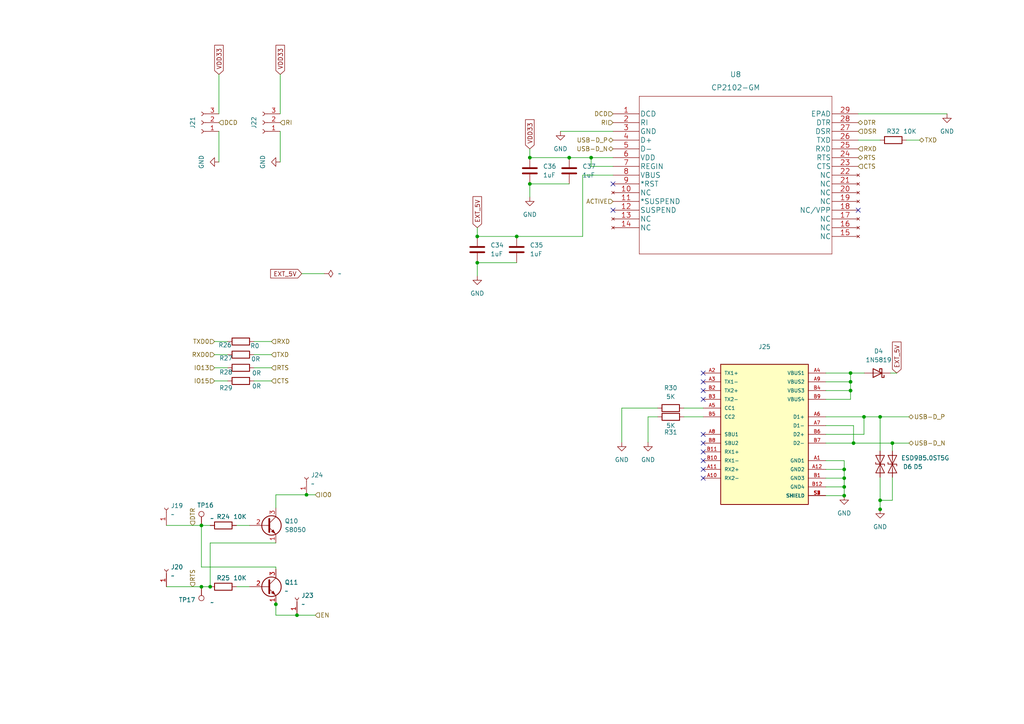
<source format=kicad_sch>
(kicad_sch (version 20211123) (generator eeschema)
  (paper "A4")
  (lib_symbols
    (symbol "105450-0101-USB-C-SNAPEDA:105450-0101" (pin_names (offset 1.016))
      (property "Reference" "J" (at -12.7254 20.8534 0))
      (property "Value" "105450-0101" (at -12.7254 -22.9108 0))
      (symbol "105450-0101_0_0"
        (rectangle (start -12.7 -20.32) (end 12.7 20.32) (stroke (width 0.254)) (fill (type background)))
        (pin passive line (at 17.78 -7.62 180) (length 5.08) (name "GND1") (number "A1"))
        (pin passive line (at -17.78 -12.7 0) (length 5.08) (name "RX2-") (number "A10"))
        (pin passive line (at -17.78 -10.16 0) (length 5.08) (name "RX2+") (number "A11"))
        (pin passive line (at 17.78 -10.16 180) (length 5.08) (name "GND2") (number "A12"))
        (pin passive line (at -17.78 17.78 0) (length 5.08) (name "TX1+") (number "A2"))
        (pin passive line (at -17.78 15.24 0) (length 5.08) (name "TX1-") (number "A3"))
        (pin passive line (at 17.78 17.78 180) (length 5.08) (name "VBUS1") (number "A4"))
        (pin passive line (at -17.78 7.62 0) (length 5.08) (name "CC1") (number "A5"))
        (pin passive line (at 17.78 5.08 180) (length 5.08) (name "D1+") (number "A6"))
        (pin passive line (at 17.78 2.54 180) (length 5.08) (name "D1-") (number "A7"))
        (pin passive line (at -17.78 0 0) (length 5.08) (name "SBU1") (number "A8"))
        (pin passive line (at 17.78 15.24 180) (length 5.08) (name "VBUS2") (number "A9"))
        (pin passive line (at 17.78 -12.7 180) (length 5.08) (name "GND3") (number "B1"))
        (pin passive line (at -17.78 -7.62 0) (length 5.08) (name "RX1-") (number "B10"))
        (pin passive line (at -17.78 -5.08 0) (length 5.08) (name "RX1+") (number "B11"))
        (pin passive line (at 17.78 -15.24 180) (length 5.08) (name "GND4") (number "B12"))
        (pin passive line (at -17.78 12.7 0) (length 5.08) (name "TX2+") (number "B2"))
        (pin passive line (at -17.78 10.16 0) (length 5.08) (name "TX2-") (number "B3"))
        (pin passive line (at 17.78 12.7 180) (length 5.08) (name "VBUS3") (number "B4"))
        (pin passive line (at -17.78 5.08 0) (length 5.08) (name "CC2") (number "B5"))
        (pin passive line (at 17.78 0 180) (length 5.08) (name "D2+") (number "B6"))
        (pin passive line (at 17.78 -2.54 180) (length 5.08) (name "D2-") (number "B7"))
        (pin passive line (at -17.78 -2.54 0) (length 5.08) (name "SBU2") (number "B8"))
        (pin passive line (at 17.78 10.16 180) (length 5.08) (name "VBUS4") (number "B9"))
        (pin passive line (at 17.78 -17.78 180) (length 5.08) (name "SHIELD") (number "S1"))
        (pin passive line (at 17.78 -17.78 180) (length 5.08) (name "SHIELD") (number "S2"))
        (pin passive line (at 17.78 -17.78 180) (length 5.08) (name "SHIELD") (number "S3"))
        (pin passive line (at 17.78 -17.78 180) (length 5.08) (name "SHIELD") (number "S4"))
      )
    )
    (symbol "CP2012-Ultralibrarian:CP2102-GM" (pin_names (offset 0.254))
      (property "Reference" "U" (at 35.56 10.16 0))
      (property "Value" "CP2102-GM" (at 35.56 7.62 0))
      (symbol "CP2102-GM_1_1"
        (polyline (pts (xy 7.62 -40.64) (xy 63.5 -40.64)) (stroke (width 0.127)))
        (polyline (pts (xy 7.62 5.08) (xy 7.62 -40.64)) (stroke (width 0.127)))
        (polyline (pts (xy 63.5 -40.64) (xy 63.5 5.08)) (stroke (width 0.127)))
        (polyline (pts (xy 63.5 5.08) (xy 7.62 5.08)) (stroke (width 0.127)))
        (pin input line (at 0 0 0) (length 7.62) (name "DCD") (number "1"))
        (pin no_connect line (at 0 -22.86 0) (length 7.62) (name "NC") (number "10"))
        (pin output line (at 0 -25.4 0) (length 7.62) (name "*SUSPEND") (number "11"))
        (pin output line (at 0 -27.94 0) (length 7.62) (name "SUSPEND") (number "12"))
        (pin no_connect line (at 0 -30.48 0) (length 7.62) (name "NC") (number "13"))
        (pin no_connect line (at 0 -33.02 0) (length 7.62) (name "NC") (number "14"))
        (pin no_connect line (at 71.12 -35.56 180) (length 7.62) (name "NC") (number "15"))
        (pin no_connect line (at 71.12 -33.02 180) (length 7.62) (name "NC") (number "16"))
        (pin no_connect line (at 71.12 -30.48 180) (length 7.62) (name "NC") (number "17"))
        (pin bidirectional line (at 71.12 -27.94 180) (length 7.62) (name "NC/VPP") (number "18"))
        (pin no_connect line (at 71.12 -25.4 180) (length 7.62) (name "NC") (number "19"))
        (pin input line (at 0 -2.54 0) (length 7.62) (name "RI") (number "2"))
        (pin no_connect line (at 71.12 -22.86 180) (length 7.62) (name "NC") (number "20"))
        (pin no_connect line (at 71.12 -20.32 180) (length 7.62) (name "NC") (number "21"))
        (pin no_connect line (at 71.12 -17.78 180) (length 7.62) (name "NC") (number "22"))
        (pin input line (at 71.12 -15.24 180) (length 7.62) (name "CTS") (number "23"))
        (pin output line (at 71.12 -12.7 180) (length 7.62) (name "RTS") (number "24"))
        (pin input line (at 71.12 -10.16 180) (length 7.62) (name "RXD") (number "25"))
        (pin output line (at 71.12 -7.62 180) (length 7.62) (name "TXD") (number "26"))
        (pin input line (at 71.12 -5.08 180) (length 7.62) (name "DSR") (number "27"))
        (pin output line (at 71.12 -2.54 180) (length 7.62) (name "DTR") (number "28"))
        (pin unspecified line (at 71.12 0 180) (length 7.62) (name "EPAD") (number "29"))
        (pin power_in line (at 0 -5.08 0) (length 7.62) (name "GND") (number "3"))
        (pin bidirectional line (at 0 -7.62 0) (length 7.62) (name "D+") (number "4"))
        (pin bidirectional line (at 0 -10.16 0) (length 7.62) (name "D-") (number "5"))
        (pin power_in line (at 0 -12.7 0) (length 7.62) (name "VDD") (number "6"))
        (pin input line (at 0 -15.24 0) (length 7.62) (name "REGIN") (number "7"))
        (pin input line (at 0 -17.78 0) (length 7.62) (name "VBUS") (number "8"))
        (pin bidirectional line (at 0 -20.32 0) (length 7.62) (name "*RST") (number "9"))
      )
    )
    (symbol "Connector:Conn_01x01_Female" (pin_names (offset 1.016) hide)
      (property "Reference" "J" (at 0 2.54 0))
      (property "Value" "Conn_01x01_Female" (at 0 -2.54 0))
      (symbol "Conn_01x01_Female_1_1"
        (polyline (pts (xy -1.27 0) (xy -0.508 0)) (stroke (width 0.1524)))
        (arc (start 0 0.508) (mid -0.508 0) (end 0 -0.508) (stroke (width 0.1524)))
        (pin passive line (at -5.08 0 0) (length 3.81) (name "Pin_1") (number "1"))
      )
    )
    (symbol "Connector:Conn_01x03_Female" (pin_names (offset 1.016) hide)
      (property "Reference" "J" (at 0 5.08 0))
      (property "Value" "Conn_01x03_Female" (at 0 -5.08 0))
      (symbol "Conn_01x03_Female_1_1"
        (arc (start 0 -2.032) (mid -0.508 -2.54) (end 0 -3.048) (stroke (width 0.1524)))
        (polyline (pts (xy -1.27 -2.54) (xy -0.508 -2.54)) (stroke (width 0.1524)))
        (polyline (pts (xy -1.27 0) (xy -0.508 0)) (stroke (width 0.1524)))
        (polyline (pts (xy -1.27 2.54) (xy -0.508 2.54)) (stroke (width 0.1524)))
        (arc (start 0 0.508) (mid -0.508 0) (end 0 -0.508) (stroke (width 0.1524)))
        (arc (start 0 3.048) (mid -0.508 2.54) (end 0 2.032) (stroke (width 0.1524)))
        (pin passive line (at -5.08 2.54 0) (length 3.81) (name "Pin_1") (number "1"))
        (pin passive line (at -5.08 0 0) (length 3.81) (name "Pin_2") (number "2"))
        (pin passive line (at -5.08 -2.54 0) (length 3.81) (name "Pin_3") (number "3"))
      )
    )
    (symbol "Connector:TestPoint" (pin_numbers hide) (pin_names (offset 0.762) hide)
      (property "Reference" "TP" (at 0 6.858 0))
      (property "Value" "TestPoint" (at 0 5.08 0))
      (symbol "TestPoint_0_1"
        (circle (center 0 3.302) (radius 0.762))
      )
      (symbol "TestPoint_1_1"
        (pin passive line (at 0 0 90) (length 2.54) (name "1") (number "1"))
      )
    )
    (symbol "Device:C" (pin_numbers hide) (pin_names (offset 0.254))
      (property "Reference" "C" (at 0.635 2.54 0))
      (property "Value" "C" (at 0.635 -2.54 0))
      (symbol "C_0_1"
        (polyline (pts (xy -2.032 -0.762) (xy 2.032 -0.762)) (stroke (width 0.508)))
        (polyline (pts (xy -2.032 0.762) (xy 2.032 0.762)) (stroke (width 0.508)))
      )
      (symbol "C_1_1"
        (pin passive line (at 0 3.81 270) (length 2.794) (name "~") (number "1"))
        (pin passive line (at 0 -3.81 90) (length 2.794) (name "~") (number "2"))
      )
    )
    (symbol "Device:R" (pin_numbers hide) (pin_names (offset 0))
      (property "Reference" "R" (at 2.032 0 90))
      (property "Value" "R" (at 0 0 90))
      (symbol "R_0_1"
        (rectangle (start -1.016 -2.54) (end 1.016 2.54) (stroke (width 0.254)))
      )
      (symbol "R_1_1"
        (pin passive line (at 0 3.81 270) (length 1.27) (name "~") (number "1"))
        (pin passive line (at 0 -3.81 90) (length 1.27) (name "~") (number "2"))
      )
    )
    (symbol "Diode:1N5819" (pin_numbers hide) (pin_names (offset 1.016) hide)
      (property "Reference" "D" (at 0 2.54 0))
      (property "Value" "1N5819" (at 0 -2.54 0))
      (symbol "1N5819_0_1"
        (polyline (pts (xy 1.27 0) (xy -1.27 0)))
        (polyline (pts (xy 1.27 1.27) (xy 1.27 -1.27) (xy -1.27 0) (xy 1.27 1.27)) (stroke (width 0.254)))
        (polyline (pts (xy -1.905 0.635) (xy -1.905 1.27) (xy -1.27 1.27) (xy -1.27 -1.27) (xy -0.635 -1.27) (xy -0.635 -0.635)) (stroke (width 0.254)))
      )
      (symbol "1N5819_1_1"
        (pin passive line (at -3.81 0 0) (length 2.54) (name "K") (number "1"))
        (pin passive line (at 3.81 0 180) (length 2.54) (name "A") (number "2"))
      )
    )
    (symbol "Diode:ESD9B5.0ST5G" (pin_numbers hide) (pin_names (offset 1.016) hide)
      (property "Reference" "D" (at 0 2.54 0))
      (property "Value" "ESD9B5.0ST5G" (at 0 -2.54 0))
      (symbol "ESD9B5.0ST5G_0_1"
        (polyline (pts (xy 1.27 0) (xy -1.27 0)))
        (polyline (pts (xy -2.54 -1.27) (xy 0 0) (xy -2.54 1.27) (xy -2.54 -1.27)) (stroke (width 0.2032)))
        (polyline (pts (xy 0.508 1.27) (xy 0 1.27) (xy 0 -1.27) (xy -0.508 -1.27)) (stroke (width 0.2032)))
        (polyline (pts (xy 2.54 1.27) (xy 2.54 -1.27) (xy 0 0) (xy 2.54 1.27)) (stroke (width 0.2032)))
      )
      (symbol "ESD9B5.0ST5G_1_1"
        (pin passive line (at -3.81 0 0) (length 2.54) (name "A1") (number "1"))
        (pin passive line (at 3.81 0 180) (length 2.54) (name "A2") (number "2"))
      )
    )
    (symbol "Transistor_BJT:S8050" (pin_names (offset 0) hide)
      (property "Reference" "Q" (at 5.08 1.905 0))
      (property "Value" "S8050" (at 5.08 0 0))
      (symbol "S8050_0_1"
        (polyline (pts (xy 0 0) (xy 0.635 0)))
        (polyline (pts (xy 0.635 0.635) (xy 2.54 2.54)))
        (polyline (pts (xy 0.635 -0.635) (xy 2.54 -2.54) (xy 2.54 -2.54)))
        (polyline (pts (xy 0.635 1.905) (xy 0.635 -1.905) (xy 0.635 -1.905)) (stroke (width 0.508)))
        (polyline (pts (xy 1.27 -1.778) (xy 1.778 -1.27) (xy 2.286 -2.286) (xy 1.27 -1.778) (xy 1.27 -1.778)) (fill (type outline)))
        (circle (center 1.27 0) (radius 2.8194) (stroke (width 0.254)))
      )
      (symbol "S8050_1_1"
        (pin passive line (at 2.54 -5.08 90) (length 2.54) (name "E") (number "1"))
        (pin input line (at -5.08 0 0) (length 5.08) (name "B") (number "2"))
        (pin passive line (at 2.54 5.08 270) (length 2.54) (name "C") (number "3"))
      )
    )
    (symbol "power:GND" (power) (pin_names (offset 0))
      (property "Value" "GND" (at 0 -3.81 0))
      (symbol "GND_0_1"
        (polyline (pts (xy 0 0) (xy 0 -1.27) (xy 1.27 -1.27) (xy 0 -2.54) (xy -1.27 -1.27) (xy 0 -1.27)))
      )
      (symbol "GND_1_1"
        (pin power_in line (at 0 0 270) (length 0) hide (name "GND") (number "1"))
      )
    )
    (symbol "power:PWR_FLAG" (power) (pin_numbers hide) (pin_names (offset 0) hide)
      (property "Value" "PWR_FLAG" (at 0 3.81 0))
      (symbol "PWR_FLAG_0_0"
        (pin power_out line (at 0 0 90) (length 0) (name "pwr") (number "1"))
      )
      (symbol "PWR_FLAG_0_1"
        (polyline (pts (xy 0 0) (xy 0 1.27) (xy -1.016 1.905) (xy 0 2.54) (xy 1.016 1.905) (xy 0 1.27)))
      )
    )
  )
  (junction (at 250.5905 120.904))
  (junction (at 153.67 45.72))
  (junction (at 247.5633 128.524))
  (junction (at 171.45 45.72))
  (junction (at 165.1 45.72))
  (junction (at 246.6906 113.284))
  (junction (at 244.856 138.684))
  (junction (at 58.42 152.4))
  (junction (at 138.43 76.2))
  (junction (at 153.67 53.34))
  (junction (at 80.01 175.26))
  (junction (at 244.856 143.764))
  (junction (at 258.826 128.524))
  (junction (at 246.6906 108.204))
  (junction (at 255.27 120.904))
  (junction (at 60.96 170.18))
  (junction (at 255.27 145.1106))
  (junction (at 246.6906 110.744))
  (junction (at 88.9 143.51))
  (junction (at 86.1347 178.435))
  (junction (at 244.856 136.144))
  (junction (at 255.27 147.7281))
  (junction (at 58.42 170.18))
  (junction (at 138.43 68.58))
  (junction (at 149.86 68.58))
  (junction (at 244.856 141.224))
  (no_connect (at 203.962 108.204))
  (no_connect (at 203.962 110.744))
  (no_connect (at 203.962 113.284))
  (no_connect (at 203.962 115.824))
  (no_connect (at 203.962 125.984))
  (no_connect (at 203.962 128.524))
  (no_connect (at 203.962 131.064))
  (no_connect (at 203.962 133.604))
  (no_connect (at 203.962 136.144))
  (no_connect (at 203.962 138.684))
  (no_connect (at 177.8 60.96))
  (no_connect (at 248.92 60.96))
  (no_connect (at 177.8 53.34))
  (wire (pts (xy 250.5905 125.984) (xy 250.5905 120.904)))
  (wire (pts (xy 258.826 138.43) (xy 258.826 145.1106)))
  (wire (pts (xy 244.856 133.604) (xy 239.522 133.604)))
  (wire (pts (xy 153.67 53.34) (xy 153.67 57.15)))
  (wire (pts (xy 162.56 38.1) (xy 177.8 38.1)))
  (wire (pts (xy 187.96 120.904) (xy 190.754 120.904)))
  (wire (pts (xy 239.522 143.764) (xy 244.856 143.764)))
  (wire (pts (xy 198.374 120.904) (xy 203.962 120.904)))
  (wire (pts (xy 244.856 133.604) (xy 244.856 136.144)))
  (wire (pts (xy 247.5633 123.444) (xy 247.5633 128.524)))
  (wire (pts (xy 88.9 143.51) (xy 91.44 143.51)))
  (wire (pts (xy 81.28 38.1) (xy 81.28 46.99)))
  (wire (pts (xy 244.856 138.684) (xy 244.856 141.224)))
  (wire (pts (xy 80.01 178.435) (xy 86.1347 178.435)))
  (wire (pts (xy 62.23 110.49) (xy 66.04 110.49)))
  (wire (pts (xy 177.8 50.8) (xy 169.0038 50.8)))
  (wire (pts (xy 68.58 152.4) (xy 72.39 152.4)))
  (wire (pts (xy 169.0038 50.8) (xy 169.0038 68.58)))
  (wire (pts (xy 138.43 68.58) (xy 149.86 68.58)))
  (wire (pts (xy 255.27 138.43) (xy 255.27 145.1106)))
  (wire (pts (xy 180.34 118.364) (xy 180.34 128.27)))
  (wire (pts (xy 247.5633 128.524) (xy 258.826 128.524)))
  (wire (pts (xy 239.522 125.984) (xy 250.5905 125.984)))
  (wire (pts (xy 68.58 170.18) (xy 72.39 170.18)))
  (wire (pts (xy 138.43 76.2) (xy 138.43 80.01)))
  (wire (pts (xy 239.522 123.444) (xy 247.5633 123.444)))
  (wire (pts (xy 80.01 174.625) (xy 80.01 175.26)))
  (wire (pts (xy 250.5905 120.904) (xy 255.27 120.904)))
  (wire (pts (xy 262.89 40.64) (xy 266.7 40.64)))
  (wire (pts (xy 149.86 76.2) (xy 138.43 76.2)))
  (wire (pts (xy 239.522 141.224) (xy 244.856 141.224)))
  (wire (pts (xy 60.96 157.48) (xy 60.96 170.18)))
  (wire (pts (xy 180.34 118.364) (xy 190.7241 118.364)))
  (wire (pts (xy 81.28 21.59) (xy 81.28 33.02)))
  (wire (pts (xy 165.1 45.72) (xy 171.45 45.72)))
  (wire (pts (xy 239.522 110.744) (xy 246.6906 110.744)))
  (wire (pts (xy 255.27 147.7281) (xy 255.27 147.828)))
  (wire (pts (xy 80.01 175.26) (xy 80.01 178.435)))
  (wire (pts (xy 73.66 106.68) (xy 78.74 106.68)))
  (wire (pts (xy 239.522 128.524) (xy 247.5633 128.524)))
  (wire (pts (xy 171.45 45.72) (xy 171.45 48.26)))
  (wire (pts (xy 153.67 43.18) (xy 153.67 45.72)))
  (wire (pts (xy 138.43 66.04) (xy 138.43 68.58)))
  (wire (pts (xy 258.826 128.524) (xy 263.652 128.524)))
  (wire (pts (xy 239.522 138.684) (xy 244.856 138.684)))
  (wire (pts (xy 48.26 170.18) (xy 58.42 170.18)))
  (wire (pts (xy 244.856 136.144) (xy 244.856 138.684)))
  (wire (pts (xy 58.42 152.4) (xy 58.42 164.465)))
  (wire (pts (xy 171.45 48.26) (xy 177.8 48.26)))
  (wire (pts (xy 62.23 99.06) (xy 66.04 99.06)))
  (wire (pts (xy 239.522 108.204) (xy 246.6906 108.204)))
  (wire (pts (xy 258.318 108.204) (xy 260.096 108.204)))
  (wire (pts (xy 239.522 120.904) (xy 250.5905 120.904)))
  (wire (pts (xy 244.856 141.224) (xy 244.856 143.764)))
  (wire (pts (xy 63.5 38.1) (xy 63.5 46.99)))
  (wire (pts (xy 58.42 170.18) (xy 60.96 170.18)))
  (wire (pts (xy 246.6906 108.204) (xy 250.698 108.204)))
  (wire (pts (xy 153.67 45.72) (xy 165.1 45.72)))
  (wire (pts (xy 58.42 152.4) (xy 60.96 152.4)))
  (wire (pts (xy 187.96 128.27) (xy 187.96 120.904)))
  (wire (pts (xy 80.01 143.51) (xy 88.9 143.51)))
  (wire (pts (xy 62.23 106.68) (xy 66.04 106.68)))
  (wire (pts (xy 246.6906 113.284) (xy 246.6906 115.824)))
  (wire (pts (xy 87.503 79.375) (xy 94.0351 79.375)))
  (wire (pts (xy 63.5 21.59) (xy 63.5 33.02)))
  (wire (pts (xy 255.27 145.1106) (xy 255.27 147.7281)))
  (wire (pts (xy 62.23 102.87) (xy 66.04 102.87)))
  (wire (pts (xy 80.01 164.465) (xy 80.01 165.1)))
  (wire (pts (xy 60.96 157.48) (xy 80.01 157.48)))
  (wire (pts (xy 171.45 45.72) (xy 177.8 45.72)))
  (wire (pts (xy 248.92 40.64) (xy 255.27 40.64)))
  (wire (pts (xy 239.522 115.824) (xy 246.6906 115.824)))
  (wire (pts (xy 248.92 33.02) (xy 274.6758 33.02)))
  (wire (pts (xy 165.1 53.34) (xy 153.67 53.34)))
  (wire (pts (xy 80.01 164.465) (xy 58.42 164.465)))
  (wire (pts (xy 198.3441 118.364) (xy 203.962 118.364)))
  (wire (pts (xy 246.6906 110.744) (xy 246.6906 113.284)))
  (wire (pts (xy 80.01 147.32) (xy 80.01 143.51)))
  (wire (pts (xy 255.27 120.904) (xy 255.27 130.81)))
  (wire (pts (xy 73.66 102.87) (xy 78.74 102.87)))
  (wire (pts (xy 73.66 110.49) (xy 78.74 110.49)))
  (wire (pts (xy 239.522 113.284) (xy 246.6906 113.284)))
  (wire (pts (xy 73.66 99.06) (xy 78.74 99.06)))
  (wire (pts (xy 258.826 128.524) (xy 258.826 130.81)))
  (wire (pts (xy 149.86 68.58) (xy 169.0038 68.58)))
  (wire (pts (xy 48.26 152.4) (xy 58.42 152.4)))
  (wire (pts (xy 258.826 145.1106) (xy 255.27 145.1106)))
  (wire (pts (xy 255.27 120.904) (xy 263.6197 120.904)))
  (wire (pts (xy 239.522 136.144) (xy 244.856 136.144)))
  (wire (pts (xy 246.6906 108.204) (xy 246.6906 110.744)))
  (wire (pts (xy 86.1347 178.435) (xy 91.44 178.435)))
  (global_label "EXT_5V" (shape input) (at 138.43 66.04 90) (property "Intersheet References" "${INTERSHEET_REFS}" (effects hide)))
  (global_label "VDD33" (shape input) (at 81.28 21.59 90) (property "Intersheet References" "${INTERSHEET_REFS}" (effects hide)))
  (global_label "EXT_5V" (shape input) (at 260.096 108.204 90) (property "Intersheet References" "${INTERSHEET_REFS}" (effects hide)))
  (global_label "EXT_5V" (shape input) (at 87.503 79.375 180) (property "Intersheet References" "${INTERSHEET_REFS}" (effects hide)))
  (global_label "VDD33" (shape input) (at 63.5 21.59 90) (property "Intersheet References" "${INTERSHEET_REFS}" (effects hide)))
  (global_label "VDD33" (shape input) (at 153.67 43.18 90) (property "Intersheet References" "${INTERSHEET_REFS}" (effects hide)))
  (hierarchical_label "CTS" (shape input) (at 248.92 48.26 0))
  (hierarchical_label "TXD0" (shape input) (at 62.23 99.06 180))
  (hierarchical_label "IO15" (shape input) (at 62.23 110.49 180))
  (hierarchical_label "DCD" (shape input) (at 177.8 33.02 180))
  (hierarchical_label "RTS" (shape bidirectional) (at 248.92 45.72 0))
  (hierarchical_label "DTR" (shape bidirectional) (at 248.92 35.56 0))
  (hierarchical_label "IO0" (shape input) (at 91.44 143.51 0))
  (hierarchical_label "DCD" (shape input) (at 63.5 35.56 0))
  (hierarchical_label "USB-D_P" (shape bidirectional) (at 177.8 40.64 180))
  (hierarchical_label "RI" (shape input) (at 177.8 35.56 180))
  (hierarchical_label "RXD" (shape input) (at 78.74 99.06 0))
  (hierarchical_label "USB-D_N" (shape bidirectional) (at 263.652 128.524 0))
  (hierarchical_label "RXD0" (shape input) (at 62.23 102.87 180))
  (hierarchical_label "DSR" (shape input) (at 248.92 38.1 0))
  (hierarchical_label "CTS" (shape input) (at 78.74 110.49 0))
  (hierarchical_label "TXD" (shape input) (at 78.74 102.87 0))
  (hierarchical_label "EN" (shape input) (at 91.44 178.435 0))
  (hierarchical_label "RTS" (shape input) (at 55.88 170.18 90))
  (hierarchical_label "DTR" (shape input) (at 55.88 152.4 90))
  (hierarchical_label "RTS" (shape input) (at 78.74 106.68 0))
  (hierarchical_label "USB-D_P" (shape bidirectional) (at 263.6197 120.904 0))
  (hierarchical_label "ACTIVE" (shape input) (at 177.8 58.42 180))
  (hierarchical_label "RXD" (shape input) (at 248.92 43.18 0))
  (hierarchical_label "TXD" (shape bidirectional) (at 266.7 40.64 0))
  (hierarchical_label "RI" (shape input) (at 81.28 35.56 0))
  (hierarchical_label "USB-D_N" (shape bidirectional) (at 177.8 43.18 180))
  (hierarchical_label "IO13" (shape input) (at 62.23 106.68 180))
  (symbol (lib_id "Transistor_BJT:S8050") (at 77.47 170.18 0) (unit 1)
    (property "Reference" "Q11" (at 82.55 168.9099 0) (effects (justify left)))
    (property "Value" "~" (at 82.55 171.4499 0) (effects (justify left)))
    (property "Footprint" "Package_TO_SOT_SMD:SOT-23" (effects hide))
    (property "Datasheet" "https://www.mccsemi.com/pdf/Products/MMSS8050(SOT-23).pdf" (effects hide))
    (property "Digi-Key_partNumber" "MMSS8050-H-TPMSCT-ND" (effects hide))
    (property "Manufacturer" "Micro Commercial Co" (effects hide))
    (property "MP" "MMSS8050-H-TP" (effects hide))
  )
  (symbol (lib_id "105450-0101-USB-C-SNAPEDA:105450-0101") (at 221.742 125.984 0) (unit 1)
    (property "Reference" "J25" (at 221.742 100.584 0))
    (property "PACKAGE" "None" (effects hide))
    (property "MF" "Molex" (effects hide))
    (property "AVAILABILITY" "Good" (effects hide))
    (property "PRICE" "1.71 USD" (effects hide))
    (property "MP" "105450-0101" (effects hide))
    (property "DESCRIPTION" "USB Shielded I/O Receptacle; Type C; Right Angle; Surface Mount; Gold over Nickel" (effects hide))
    (property "Digi-Key_Part_Number" "WM12856CT-ND" (effects hide))
  )
  (symbol (lib_id "Device:C") (at 149.86 72.39 180) (unit 1)
    (property "Reference" "C35" (at 153.67 71.1199 0) (effects (justify right)))
    (property "Value" "1uF" (at 153.67 73.6599 0) (effects (justify right)))
    (property "Footprint" "Capacitor_SMD:C_0805_2012Metric_Pad1.18x1.45mm_HandSolder" (effects hide))
    (property "Digi-Key_Part_Number" "732-12215-1-ND" (effects hide))
    (property "MP" "885012007094" (effects hide))
    (property "Manufacturer" "Würth Elektronik" (effects hide))
  )
  (symbol (lib_id "power:GND") (at 162.56 38.1 0) (unit 1)
    (property "Reference" "#PWR069" (effects hide))
    (property "Value" "GND" (at 162.56 43.18 0))
  )
  (symbol (lib_id "power:GND") (at 180.34 128.27 0) (unit 1)
    (property "Reference" "#PWR070" (effects hide))
    (property "Value" "GND" (at 180.34 133.35 0))
  )
  (symbol (lib_id "Diode:ESD9B5.0ST5G") (at 255.27 134.62 90) (unit 1)
    (property "Reference" "D5" (at 264.922 135.382 90) (effects (justify right)))
    (property "Value" "ESD9B5.0ST5G" (effects hide))
    (property "Footprint" "Diode_SMD:D_SOD-923" (effects hide))
    (property "Datasheet" "https://www.onsemi.com/pub/Collateral/ESD9B-D.PDF" (effects hide))
    (property "Digi-Key_Part-Number" "ESD9B5.0ST5GOSCT-ND" (effects hide))
    (property "MP" "ESD9B5.0ST5GOSCT-ND" (effects hide))
    (property "Manufacturer" "onsemi" (effects hide))
  )
  (symbol (lib_id "power:GND") (at 274.6758 33.02 0) (unit 1)
    (property "Reference" "#PWR074" (effects hide))
    (property "Value" "GND" (at 274.6758 38.1 0))
  )
  (symbol (lib_id "Transistor_BJT:S8050") (at 77.47 152.4 0) (unit 1)
    (property "Reference" "Q10" (at 82.55 151.1299 0) (effects (justify left)))
    (property "Value" "S8050" (at 82.55 153.6699 0) (effects (justify left)))
    (property "Footprint" "Package_TO_SOT_SMD:SOT-23" (effects hide))
    (property "Datasheet" "https://www.mccsemi.com/pdf/Products/MMSS8050(SOT-23).pdf" (effects hide))
    (property "Digi-Key_partNumber" "MMSS8050-H-TPMSCT-ND" (effects hide))
    (property "Manufacturer" "Micro Commercial Co" (effects hide))
    (property "MP" "MMSS8050-H-TP" (effects hide))
  )
  (symbol (lib_id "Device:R") (at 69.85 99.06 90) (unit 1)
    (property "Reference" "R26" (at 65.278 100.076 90))
    (property "Value" "R0" (at 73.914 100.33 90))
    (property "Footprint" "Resistor_SMD:R_1206_3216Metric_Pad1.30x1.75mm_HandSolder" (effects hide))
    (property "Digi-Key_Part_Number" "RMCF1206ZT0R00CT-ND" (effects hide))
    (property "MP" "RMCF1206ZT0R00" (effects hide))
    (property "Manufacturer" "Stackpole Electronics Inc" (effects hide))
  )
  (symbol (lib_id "Connector:Conn_01x01_Female") (at 88.9 138.43 90) (unit 1)
    (property "Reference" "J24" (at 90.17 137.7949 90) (effects (justify right)))
    (property "Value" "~" (at 90.17 140.3349 90) (effects (justify right)))
    (property "Footprint" "Connector_PinHeader_2.54mm:PinHeader_1x01_P2.54mm_Vertical" (effects hide))
  )
  (symbol (lib_id "power:GND") (at 255.27 147.7281 0) (unit 1)
    (property "Reference" "#PWR073" (effects hide))
    (property "Value" "GND" (at 255.27 152.8081 0))
  )
  (symbol (lib_id "Device:R") (at 64.77 170.18 90) (unit 1)
    (property "Reference" "R25" (at 64.77 167.64 90))
    (property "Value" "10K" (at 69.596 167.64 90))
    (property "Footprint" "Resistor_SMD:R_1206_3216Metric_Pad1.30x1.75mm_HandSolder" (effects hide))
    (property "Digi-Key_Part_number" "RNCP1206FTD10K0CT-ND" (effects hide))
    (property "MP" "RNCP1206FTD10K0" (effects hide))
    (property "Manufacturer" "Stackpole Electronics Inc" (effects hide))
  )
  (symbol (lib_id "Connector:Conn_01x03_Female") (at 58.42 35.56 180) (unit 1)
    (property "Reference" "J21" (at 55.88 35.56 90))
    (property "Value" "Conn_01x03_Female" (effects hide))
    (property "Footprint" "Connector_PinHeader_2.54mm:PinHeader_1x03_P2.54mm_Vertical" (effects hide))
  )
  (symbol (lib_id "Connector:TestPoint") (at 58.42 170.18 180) (unit 1)
    (property "Reference" "TP17" (at 51.816 173.99 0) (effects (justify right)))
    (property "Value" "~" (at 60.96 174.7519 0) (effects (justify right)))
    (property "Footprint" "TestPoint:TestPoint_THTPad_D2.5mm_Drill1.2mm" (effects hide))
  )
  (symbol (lib_id "power:GND") (at 187.96 128.27 0) (unit 1)
    (property "Reference" "#PWR071" (effects hide))
    (property "Value" "GND" (at 187.96 133.35 0))
  )
  (symbol (lib_id "Connector:Conn_01x03_Female") (at 76.2 35.56 180) (unit 1)
    (property "Reference" "J22" (at 73.66 35.56 90))
    (property "Value" "Conn_01x03_Female" (effects hide))
    (property "Footprint" "Connector_PinHeader_2.54mm:PinHeader_1x03_P2.54mm_Vertical" (effects hide))
  )
  (symbol (lib_id "Device:R") (at 259.08 40.64 90) (unit 1)
    (property "Reference" "R32" (at 259.08 38.1 90))
    (property "Value" "10K" (at 263.906 38.1 90))
    (property "Footprint" "Resistor_SMD:R_1206_3216Metric_Pad1.30x1.75mm_HandSolder" (effects hide))
    (property "Digi-Key_Part_number" "RNCP1206FTD10K0CT-ND" (effects hide))
    (property "MP" "RNCP1206FTD10K0" (effects hide))
    (property "Manufacturer" "Stackpole Electronics Inc" (effects hide))
  )
  (symbol (lib_id "Device:R") (at 69.85 110.49 90) (unit 1)
    (property "Reference" "R29" (at 65.532 112.522 90))
    (property "Value" "0R" (at 74.422 112.014 90))
    (property "Footprint" "Resistor_SMD:R_1206_3216Metric_Pad1.30x1.75mm_HandSolder" (effects hide))
    (property "Digi-Key_Part_Number" "RMCF1206ZT0R00CT-ND" (effects hide))
    (property "MP" "RMCF1206ZT0R00" (effects hide))
    (property "Manufacturer" "Stackpole Electronics Inc" (effects hide))
  )
  (symbol (lib_id "power:GND") (at 138.43 80.01 0) (unit 1)
    (property "Reference" "#PWR067" (effects hide))
    (property "Value" "GND" (at 138.43 85.09 0))
  )
  (symbol (lib_id "Connector:Conn_01x01_Female") (at 48.26 147.32 90) (unit 1)
    (property "Reference" "J19" (at 49.53 146.6849 90) (effects (justify right)))
    (property "Value" "~" (at 49.53 149.2249 90) (effects (justify right)))
    (property "Footprint" "Connector_PinHeader_2.54mm:PinHeader_1x01_P2.54mm_Vertical" (effects hide))
  )
  (symbol (lib_id "Device:R") (at 64.77 152.4 90) (unit 1)
    (property "Reference" "R24" (at 64.77 149.86 90))
    (property "Value" "10K" (at 69.596 149.86 90))
    (property "Footprint" "Resistor_SMD:R_1206_3216Metric_Pad1.30x1.75mm_HandSolder" (effects hide))
    (property "Digi-Key_Part_number" "RNCP1206FTD10K0CT-ND" (effects hide))
    (property "MP" "RNCP1206FTD10K0" (effects hide))
    (property "Manufacturer" "Stackpole Electronics Inc" (effects hide))
  )
  (symbol (lib_id "Diode:1N5819") (at 254.508 108.204 180) (unit 1)
    (property "Reference" "D4" (at 254.8255 101.854 0))
    (property "Value" "1N5819" (at 254.8255 104.394 0))
    (property "Footprint" "Diode_SMD:D_SOD-123F" (effects hide))
    (property "Datasheet" "http://www.vishay.com/docs/88525/1n5817.pdf" (effects hide))
    (property "Digi-Key_Part_Number" "1655-1N5819WTRCT-ND" (effects hide))
    (property "MP" "1N5819WTR" (effects hide))
    (property "Manufacturer" "SMC Diode Solutions" (effects hide))
  )
  (symbol (lib_id "power:PWR_FLAG") (at 94.0351 79.375 270) (unit 1)
    (property "Reference" "#FLG07" (effects hide))
    (property "Value" "~" (at 97.9603 79.3749 90) (effects (justify left)))
  )
  (symbol (lib_id "power:GND") (at 244.856 143.764 0) (unit 1)
    (property "Reference" "#PWR072" (effects hide))
    (property "Value" "GND" (at 244.856 148.844 0))
  )
  (symbol (lib_id "Device:R") (at 194.5341 118.364 270) (unit 1)
    (property "Reference" "R30" (at 194.5341 112.522 90))
    (property "Value" "5K" (at 194.5341 115.062 90))
    (property "Footprint" "Resistor_SMD:R_0805_2012Metric_Pad1.20x1.40mm_HandSolder" (effects hide))
    (property "Digi-Key_Part_Number" "RG20P4.99KBCT-ND" (effects hide))
    (property "MP" "RG2012P-4991-B-T5" (effects hide))
    (property "Manufacturer" "Susumu" (effects hide))
  )
  (symbol (lib_id "Connector:Conn_01x01_Female") (at 86.1347 173.355 90) (unit 1)
    (property "Reference" "J23" (at 87.4047 172.7199 90) (effects (justify right)))
    (property "Value" "~" (at 87.4047 175.2599 90) (effects (justify right)))
    (property "Footprint" "Connector_PinHeader_2.54mm:PinHeader_1x01_P2.54mm_Vertical" (effects hide))
  )
  (symbol (lib_id "Device:R") (at 69.85 102.87 90) (unit 1)
    (property "Reference" "R27" (at 65.532 103.886 90))
    (property "Value" "0R" (at 74.168 104.14 90))
    (property "Footprint" "Resistor_SMD:R_1206_3216Metric_Pad1.30x1.75mm_HandSolder" (effects hide))
    (property "Digi-Key_Part_Number" "RMCF1206ZT0R00CT-ND" (effects hide))
    (property "MP" "RMCF1206ZT0R00" (effects hide))
    (property "Manufacturer" "Stackpole Electronics Inc" (effects hide))
  )
  (symbol (lib_id "Device:C") (at 165.1 49.53 0) (unit 1)
    (property "Reference" "C37" (at 168.91 48.2599 0) (effects (justify left)))
    (property "Value" "1uF" (at 168.91 50.7999 0) (effects (justify left)))
    (property "Footprint" "Capacitor_SMD:C_0805_2012Metric_Pad1.18x1.45mm_HandSolder" (effects hide))
    (property "Digi-Key_Part_Number" "732-12215-1-ND" (effects hide))
    (property "MP" "885012007094" (effects hide))
    (property "Manufacturer" "Würth Elektronik" (effects hide))
  )
  (symbol (lib_id "Device:C") (at 153.67 49.53 0) (unit 1)
    (property "Reference" "C36" (at 157.48 48.2599 0) (effects (justify left)))
    (property "Value" "1uF" (at 157.48 50.7999 0) (effects (justify left)))
    (property "Footprint" "Capacitor_SMD:C_0805_2012Metric_Pad1.18x1.45mm_HandSolder" (effects hide))
    (property "Digi-Key_Part_Number" "732-12215-1-ND" (effects hide))
    (property "MP" "885012007094" (effects hide))
    (property "Manufacturer" "Würth Elektronik" (effects hide))
  )
  (symbol (lib_id "power:GND") (at 153.67 57.15 0) (unit 1)
    (property "Reference" "#PWR068" (effects hide))
    (property "Value" "GND" (at 153.67 62.23 0))
  )
  (symbol (lib_id "Connector:Conn_01x01_Female") (at 48.26 165.1 90) (unit 1)
    (property "Reference" "J20" (at 49.53 164.4649 90) (effects (justify right)))
    (property "Value" "~" (at 49.53 167.0049 90) (effects (justify right)))
    (property "Footprint" "Connector_PinHeader_2.54mm:PinHeader_1x01_P2.54mm_Vertical" (effects hide))
  )
  (symbol (lib_id "Diode:ESD9B5.0ST5G") (at 258.826 134.62 90) (unit 1)
    (property "Reference" "D6" (at 261.874 135.382 90) (effects (justify right)))
    (property "Value" "ESD9B5.0ST5G" (at 261.366 132.842 90) (effects (justify right)))
    (property "Footprint" "Diode_SMD:D_SOD-923" (effects hide))
    (property "Datasheet" "https://www.onsemi.com/pub/Collateral/ESD9B-D.PDF" (effects hide))
    (property "Digi-Key_Part-Number" "ESD9B5.0ST5GOSCT-ND" (effects hide))
    (property "MP" "ESD9B5.0ST5GOSCT-ND" (effects hide))
    (property "Manufacturer" "onsemi" (effects hide))
  )
  (symbol (lib_id "Device:R") (at 194.564 120.904 270) (unit 1)
    (property "Reference" "R31" (at 194.5537 125.3817 90))
    (property "Value" "5K" (at 194.564 123.444 90))
    (property "Footprint" "Resistor_SMD:R_0805_2012Metric_Pad1.20x1.40mm_HandSolder" (effects hide))
    (property "Digi-Key_Part_Number" "RG20P4.99KBCT-ND" (effects hide))
    (property "MP" "RG2012P-4991-B-T5" (effects hide))
    (property "Manufacturer" "Susumu" (effects hide))
  )
  (symbol (lib_id "power:GND") (at 63.5 46.99 270) (unit 1)
    (property "Reference" "#PWR065" (effects hide))
    (property "Value" "GND" (at 58.42 46.99 0))
  )
  (symbol (lib_id "Connector:TestPoint") (at 58.42 152.4 0) (unit 1)
    (property "Reference" "TP16" (at 57.15 146.558 0) (effects (justify left)))
    (property "Value" "~" (at 60.96 150.3679 0) (effects (justify left)))
    (property "Footprint" "TestPoint:TestPoint_THTPad_D2.5mm_Drill1.2mm" (effects hide))
  )
  (symbol (lib_id "power:GND") (at 81.28 46.99 270) (unit 1)
    (property "Reference" "#PWR066" (effects hide))
    (property "Value" "GND" (at 76.2 46.99 0))
  )
  (symbol (lib_id "Device:R") (at 69.85 106.68 90) (unit 1)
    (property "Reference" "R28" (at 65.532 107.95 90))
    (property "Value" "0R" (at 74.422 108.204 90))
    (property "Footprint" "Resistor_SMD:R_1206_3216Metric_Pad1.30x1.75mm_HandSolder" (effects hide))
    (property "Digi-Key_Part_Number" "RMCF1206ZT0R00CT-ND" (effects hide))
    (property "MP" "RMCF1206ZT0R00" (effects hide))
    (property "Manufacturer" "Stackpole Electronics Inc" (effects hide))
  )
  (symbol (lib_id "Device:C") (at 138.43 72.39 180) (unit 1)
    (property "Reference" "C34" (at 142.24 71.1199 0) (effects (justify right)))
    (property "Value" "1uF" (at 142.24 73.6599 0) (effects (justify right)))
    (property "Footprint" "Capacitor_SMD:C_0805_2012Metric_Pad1.18x1.45mm_HandSolder" (effects hide))
    (property "Digi-Key_Part_Number" "732-12215-1-ND" (effects hide))
    (property "MP" "885012007094" (effects hide))
    (property "Manufacturer" "Würth Elektronik" (effects hide))
  )
  (symbol (lib_id "CP2012-Ultralibrarian:CP2102-GM") (at 177.8 33.02 0) (unit 1)
    (property "Reference" "U8" (at 213.36 21.59 0) (effects (font (size 1.524 1.524))))
    (property "Value" "CP2102-GM" (at 213.36 25.4 0) (effects (font (size 1.524 1.524))))
    (property "Footprint" "CP2102-GM:CP2102-GM" (effects hide))
    (property "Digi-Key_Part_Number" "336-1160-5-ND" (effects hide))
    (property "Manufacturer" "Silicon Labs" (effects hide))
    (property "MP" "CP2102-GM" (effects hide))
  )
)
</source>
